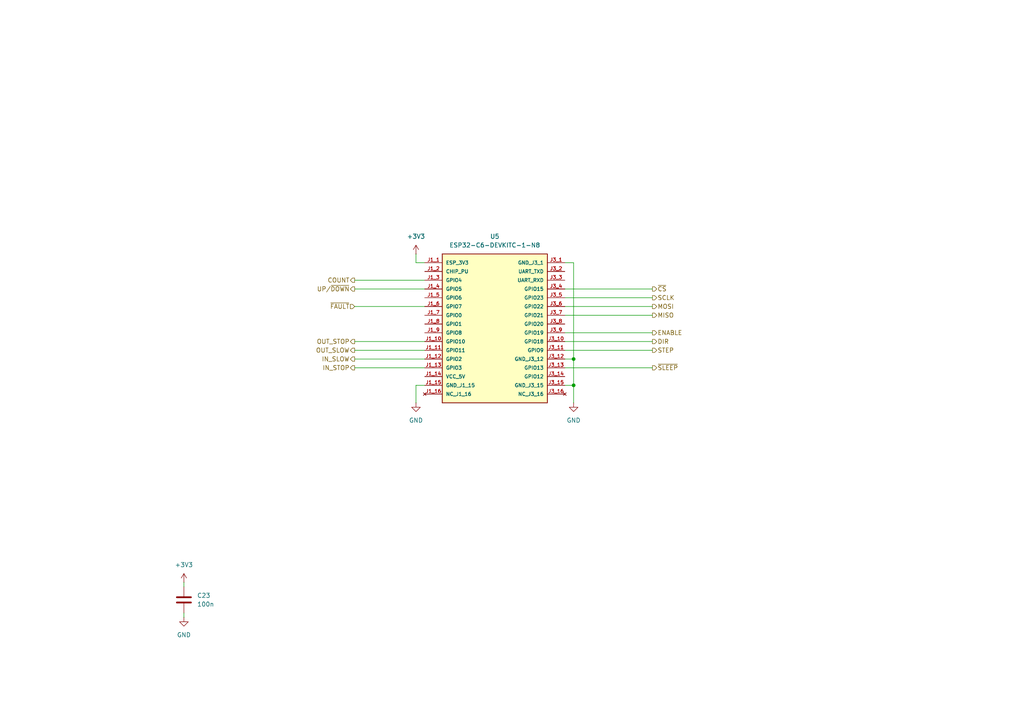
<source format=kicad_sch>
(kicad_sch (version 20250114) (generator "eeschema") (generator_version "9.0")
  (paper "A4")
  (title_block (title "TV slider") (date "2025-10-06") (rev "1") (company "NX Solutions"))
  (lib_symbols
    (symbol "Device:C" (pin_numbers (hide yes)) (pin_names (offset 0.254))
      (property "Reference" "C" (at 0.635 2.54 0))
      (property "Value" "C" (at 0.635 -2.54 0))
      (symbol "C_0_1"
        (polyline (pts (xy -2.032 0.762) (xy 2.032 0.762)) (stroke (width 0.508)))
        (polyline (pts (xy -2.032 -0.762) (xy 2.032 -0.762)) (stroke (width 0.508)))
      )
      (symbol "C_1_1"
        (pin passive line (at 0 3.81 270) (length 2.794) (name "~") (number "1"))
        (pin passive line (at 0 -3.81 90) (length 2.794) (name "~") (number "2"))
      )
    )
    (symbol "local_library:ESP32-C6-DEVKITC-1-N8" (pin_names (offset 1.016))
      (property "Reference" "U" (at -15.24 23.622 0))
      (property "Value" "ESP32-C6-DEVKITC-1-N8" (at -15.24 -22.86 0))
      (symbol "ESP32-C6-DEVKITC-1-N8_0_0"
        (rectangle (start -15.24 -20.32) (end 15.24 22.86) (stroke (width 0.254)) (fill (type background)))
        (pin power_in line (at -20.32 20.32 0) (length 5.08) (name "ESP_3V3") (number "J1_1"))
        (pin input line (at -20.32 17.78 0) (length 5.08) (name "CHIP_PU") (number "J1_2"))
        (pin bidirectional line (at -20.32 15.24 0) (length 5.08) (name "GPIO4") (number "J1_3"))
        (pin bidirectional line (at -20.32 12.7 0) (length 5.08) (name "GPIO5") (number "J1_4"))
        (pin bidirectional line (at -20.32 10.16 0) (length 5.08) (name "GPIO6") (number "J1_5"))
        (pin bidirectional line (at -20.32 7.62 0) (length 5.08) (name "GPIO7") (number "J1_6"))
        (pin bidirectional line (at -20.32 5.08 0) (length 5.08) (name "GPIO0") (number "J1_7"))
        (pin bidirectional line (at -20.32 2.54 0) (length 5.08) (name "GPIO1") (number "J1_8"))
        (pin bidirectional line (at -20.32 0 0) (length 5.08) (name "GPIO8") (number "J1_9"))
        (pin bidirectional line (at -20.32 -2.54 0) (length 5.08) (name "GPIO10") (number "J1_10"))
        (pin bidirectional line (at -20.32 -5.08 0) (length 5.08) (name "GPIO11") (number "J1_11"))
        (pin bidirectional line (at -20.32 -7.62 0) (length 5.08) (name "GPIO2") (number "J1_12"))
        (pin bidirectional line (at -20.32 -10.16 0) (length 5.08) (name "GPIO3") (number "J1_13"))
        (pin power_in line (at -20.32 -12.7 0) (length 5.08) (name "VCC_5V") (number "J1_14"))
        (pin power_in line (at -20.32 -15.24 0) (length 5.08) (name "GND_J1_15") (number "J1_15"))
        (pin no_connect line (at -20.32 -17.78 0) (length 5.08) (name "NC_J1_16") (number "J1_16"))
        (pin power_in line (at 20.32 20.32 180) (length 5.08) (name "GND_J3_1") (number "J3_1"))
        (pin bidirectional line (at 20.32 17.78 180) (length 5.08) (name "UART_TXD") (number "J3_2"))
        (pin bidirectional line (at 20.32 15.24 180) (length 5.08) (name "UART_RXD") (number "J3_3"))
        (pin bidirectional line (at 20.32 12.7 180) (length 5.08) (name "GPIO15") (number "J3_4"))
        (pin bidirectional line (at 20.32 10.16 180) (length 5.08) (name "GPIO23") (number "J3_5"))
        (pin bidirectional line (at 20.32 7.62 180) (length 5.08) (name "GPIO22") (number "J3_6"))
        (pin bidirectional line (at 20.32 5.08 180) (length 5.08) (name "GPIO21") (number "J3_7"))
        (pin bidirectional line (at 20.32 2.54 180) (length 5.08) (name "GPIO20") (number "J3_8"))
        (pin bidirectional line (at 20.32 0 180) (length 5.08) (name "GPIO19") (number "J3_9"))
        (pin bidirectional line (at 20.32 -2.54 180) (length 5.08) (name "GPIO18") (number "J3_10"))
        (pin bidirectional line (at 20.32 -5.08 180) (length 5.08) (name "GPIO9") (number "J3_11"))
        (pin power_in line (at 20.32 -7.62 180) (length 5.08) (name "GND_J3_12") (number "J3_12"))
        (pin bidirectional line (at 20.32 -10.16 180) (length 5.08) (name "GPIO13") (number "J3_13"))
        (pin bidirectional line (at 20.32 -12.7 180) (length 5.08) (name "GPIO12") (number "J3_14"))
        (pin power_in line (at 20.32 -15.24 180) (length 5.08) (name "GND_J3_15") (number "J3_15"))
        (pin no_connect line (at 20.32 -17.78 180) (length 5.08) (name "NC_J3_16") (number "J3_16"))
      )
    )
    (symbol "power:+3V3" (power) (pin_numbers (hide yes)) (pin_names (offset 0) (hide yes))
      (property "Value" "+3V3" (at 0 3.556 0))
      (symbol "+3V3_0_1"
        (polyline (pts (xy -0.762 1.27) (xy 0 2.54)))
        (polyline (pts (xy 0 2.54) (xy 0.762 1.27)))
        (polyline (pts (xy 0 0) (xy 0 2.54)))
      )
      (symbol "+3V3_1_1"
        (pin power_in line (at 0 0 90) (length 0) (name "~") (number "1"))
      )
    )
    (symbol "power:GND" (power) (pin_numbers (hide yes)) (pin_names (offset 0) (hide yes))
      (property "Value" "GND" (at 0 -3.81 0))
      (symbol "GND_0_1"
        (polyline (pts (xy 0 0) (xy 0 -1.27) (xy 1.27 -1.27) (xy 0 -2.54) (xy -1.27 -1.27) (xy 0 -1.27)))
      )
      (symbol "GND_1_1"
        (pin power_in line (at 0 0 270) (length 0) (name "~") (number "1"))
      )
    )
  )
  (junction (at 166.37 104.14))
  (junction (at 166.37 111.76))
  (wire (pts (xy 163.83 96.52) (xy 189.23 96.52)))
  (wire (pts (xy 53.34 168.91) (xy 53.34 170.18)))
  (wire (pts (xy 120.65 73.66) (xy 120.65 76.2)))
  (wire (pts (xy 166.37 111.76) (xy 166.37 116.84)))
  (wire (pts (xy 102.87 101.6) (xy 123.19 101.6)))
  (wire (pts (xy 53.34 177.8) (xy 53.34 179.07)))
  (wire (pts (xy 102.87 88.9) (xy 123.19 88.9)))
  (wire (pts (xy 102.87 83.82) (xy 123.19 83.82)))
  (wire (pts (xy 102.87 99.06) (xy 123.19 99.06)))
  (wire (pts (xy 163.83 104.14) (xy 166.37 104.14)))
  (wire (pts (xy 166.37 76.2) (xy 166.37 104.14)))
  (wire (pts (xy 163.83 106.68) (xy 189.23 106.68)))
  (wire (pts (xy 166.37 104.14) (xy 166.37 111.76)))
  (wire (pts (xy 102.87 104.14) (xy 123.19 104.14)))
  (wire (pts (xy 120.65 111.76) (xy 120.65 116.84)))
  (wire (pts (xy 163.83 83.82) (xy 189.23 83.82)))
  (wire (pts (xy 163.83 88.9) (xy 189.23 88.9)))
  (wire (pts (xy 102.87 81.28) (xy 123.19 81.28)))
  (wire (pts (xy 163.83 111.76) (xy 166.37 111.76)))
  (wire (pts (xy 163.83 76.2) (xy 166.37 76.2)))
  (wire (pts (xy 123.19 111.76) (xy 120.65 111.76)))
  (wire (pts (xy 163.83 91.44) (xy 189.23 91.44)))
  (wire (pts (xy 120.65 76.2) (xy 123.19 76.2)))
  (wire (pts (xy 163.83 101.6) (xy 189.23 101.6)))
  (wire (pts (xy 102.87 106.68) (xy 123.19 106.68)))
  (wire (pts (xy 163.83 86.36) (xy 189.23 86.36)))
  (wire (pts (xy 163.83 99.06) (xy 189.23 99.06)))
  (hierarchical_label "UP{slash}~{DOWN}" (shape output) (at 102.87 83.82 180))
  (hierarchical_label "COUNT" (shape output) (at 102.87 81.28 180))
  (hierarchical_label "SCLK" (shape output) (at 189.23 86.36 0))
  (hierarchical_label "MOSI" (shape output) (at 189.23 88.9 0))
  (hierarchical_label "MISO" (shape output) (at 189.23 91.44 0))
  (hierarchical_label "OUT_STOP" (shape output) (at 102.87 99.06 180))
  (hierarchical_label "OUT_SLOW" (shape output) (at 102.87 101.6 180))
  (hierarchical_label "IN_SLOW" (shape output) (at 102.87 104.14 180))
  (hierarchical_label "IN_STOP" (shape output) (at 102.87 106.68 180))
  (hierarchical_label "~{FAULT}" (shape input) (at 102.87 88.9 180))
  (hierarchical_label "~{CS}" (shape output) (at 189.23 83.82 0))
  (hierarchical_label "ENABLE" (shape output) (at 189.23 96.52 0))
  (hierarchical_label "STEP" (shape output) (at 189.23 101.6 0))
  (hierarchical_label "DIR" (shape output) (at 189.23 99.06 0))
  (hierarchical_label "~{SLEEP}" (shape output) (at 189.23 106.68 0))
  (symbol (lib_id "power:GND") (at 166.37 116.84 0) (unit 1)
    (property "Reference" "#PWR040" (effects (hide yes)))
    (property "Value" "GND" (at 166.37 121.92 0))
    (property "Description" "Power symbol creates a global label with name \"GND\" , ground" (effects (hide yes)))
  )
  (symbol (lib_id "power:+3V3") (at 53.34 168.91 0) (unit 1)
    (property "Reference" "#PWR075" (effects (hide yes)))
    (property "Value" "+3V3" (at 53.34 163.83 0))
    (property "Description" "Power symbol creates a global label with name \"+3V3\"" (effects (hide yes)))
  )
  (symbol (lib_id "power:+3V3") (at 120.65 73.66 0) (unit 1)
    (property "Reference" "#PWR038" (effects (hide yes)))
    (property "Value" "+3V3" (at 120.65 68.58 0))
    (property "Description" "Power symbol creates a global label with name \"+3V3\"" (effects (hide yes)))
  )
  (symbol (lib_id "power:GND") (at 120.65 116.84 0) (unit 1)
    (property "Reference" "#PWR039" (effects (hide yes)))
    (property "Value" "GND" (at 120.65 121.92 0))
    (property "Description" "Power symbol creates a global label with name \"GND\" , ground" (effects (hide yes)))
  )
  (symbol (lib_id "Device:C") (at 53.34 173.99 0) (unit 1)
    (property "Reference" "C23" (at 57.15 172.7199 0) (effects (justify left)))
    (property "Value" "100n" (at 57.15 175.2599 0) (effects (justify left)))
    (property "Footprint" "Capacitor_SMD:C_0603_1608Metric" (effects (hide yes)))
    (property "Description" "Unpolarized capacitor" (effects (hide yes)))
    (property "Voltage" "100V" (effects (hide yes)))
    (property "Dielectric" "X7R" (effects (hide yes)))
    (property "Supplier" "Digi-Key" (effects (hide yes)))
    (property "SupplierPN" "490-3890-1-ND" (effects (hide yes)))
    (property "MF" "Murata" (effects (hide yes)))
    (property "MP" "GRM188R72A104KA35D" (effects (hide yes)))
  )
  (symbol (lib_id "power:GND") (at 53.34 179.07 0) (unit 1)
    (property "Reference" "#PWR074" (effects (hide yes)))
    (property "Value" "GND" (at 53.34 184.15 0))
    (property "Description" "Power symbol creates a global label with name \"GND\" , ground" (effects (hide yes)))
  )
  (symbol (lib_id "local_library:ESP32-C6-DEVKITC-1-N8") (at 143.51 96.52 0) (unit 1)
    (property "Reference" "U5" (at 143.51 68.58 0))
    (property "Value" "ESP32-C6-DEVKITC-1-N8" (at 143.51 71.12 0))
    (property "Footprint" "local_library:MODULE_ESP32-C6-DEVKITC-1-N8" (effects (hide yes)))
    (property "PARTREV" "1.3" (effects (hide yes)))
    (property "STANDARD" "Manufacturer Recommendations" (effects (hide yes)))
    (property "MANUFACTURER" "Espressif Systems" (effects (hide yes)))
    (property "Supplier" "Digi-Key" (effects (hide yes)))
    (property "SupplierPN" "1965-ESP32-C6-DEVKITC-1-N8-ND" (effects (hide yes)))
    (property "MF" "Espressif" (effects (hide yes)))
    (property "MP" "ESP32-C6-DEVKITC-1-N8" (effects (hide yes)))
  )
)
</source>
